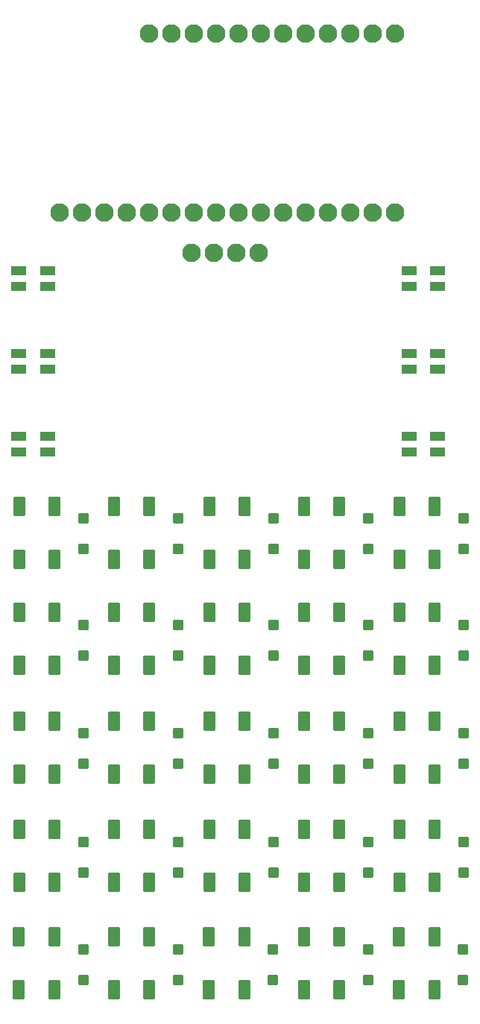
<source format=gts>
G04 Layer: TopSolderMaskLayer*
G04 EasyEDA v6.5.22, 2022-12-01 20:45:53*
G04 b50117659dfb47be9d47098780dced8c,a2731e2ff01b41edbee4f831c5fec297,10*
G04 Gerber Generator version 0.2*
G04 Scale: 100 percent, Rotated: No, Reflected: No *
G04 Dimensions in millimeters *
G04 leading zeros omitted , absolute positions ,4 integer and 5 decimal *
%FSLAX45Y45*%
%MOMM*%

%AMMACRO1*1,1,$1,$2,$3*1,1,$1,$4,$5*1,1,$1,0-$2,0-$3*1,1,$1,0-$4,0-$5*20,1,$1,$2,$3,$4,$5,0*20,1,$1,$4,$5,0-$2,0-$3,0*20,1,$1,0-$2,0-$3,0-$4,0-$5,0*20,1,$1,0-$4,0-$5,$2,$3,0*4,1,4,$2,$3,$4,$5,0-$2,0-$3,0-$4,0-$5,$2,$3,0*%
%ADD10MACRO1,0.1016X0.5X0.55X0.5X-0.55*%
%ADD11MACRO1,0.1016X-0.7725X0.4985X0.7725X0.4985*%
%ADD12MACRO1,0.1016X0.6X1.05X0.6X-1.05*%
%ADD13C,2.1016*%

%LPD*%
D10*
G01*
X1422400Y2036305D03*
G01*
X1422400Y2383294D03*
G01*
X2501900Y2036305D03*
G01*
X2501900Y2383294D03*
G01*
X3581400Y2036305D03*
G01*
X3581400Y2383294D03*
G01*
X4660900Y2036305D03*
G01*
X4660900Y2383294D03*
G01*
X5740400Y2036305D03*
G01*
X5740400Y2383294D03*
G01*
X1421790Y814844D03*
G01*
X1421790Y1161834D03*
G01*
X2497912Y816648D03*
G01*
X2497912Y1163637D03*
G01*
X3577412Y816648D03*
G01*
X3577412Y1163637D03*
G01*
X4656912Y816648D03*
G01*
X4656912Y1163637D03*
G01*
X5736412Y816648D03*
G01*
X5736412Y1163637D03*
G01*
X5740400Y3268205D03*
G01*
X5740400Y3615194D03*
G01*
X2501900Y5706605D03*
G01*
X2501900Y6053594D03*
G01*
X3581400Y5706605D03*
G01*
X3581400Y6053594D03*
G01*
X4660900Y5706605D03*
G01*
X4660900Y6053594D03*
G01*
X5740400Y5706605D03*
G01*
X5740400Y6053594D03*
G01*
X1422400Y4500105D03*
G01*
X1422400Y4847094D03*
G01*
X2501900Y4500105D03*
G01*
X2501900Y4847094D03*
G01*
X3581400Y4500105D03*
G01*
X3581400Y4847094D03*
G01*
X4660900Y4500105D03*
G01*
X4660900Y4847094D03*
G01*
X5740400Y4500105D03*
G01*
X5740400Y4847094D03*
G01*
X1422400Y3268205D03*
G01*
X1422400Y3615194D03*
G01*
X2501900Y3268205D03*
G01*
X2501900Y3615194D03*
G01*
X3581400Y3268205D03*
G01*
X3581400Y3615194D03*
G01*
X4660900Y3268205D03*
G01*
X4660900Y3615194D03*
G01*
X1422400Y5706605D03*
G01*
X1422400Y6053594D03*
D11*
G01*
X687146Y7924901D03*
G01*
X687146Y7746898D03*
G01*
X1014653Y7746898D03*
G01*
X1014653Y7924901D03*
G01*
X687146Y6985101D03*
G01*
X687146Y6807098D03*
G01*
X1014653Y6807098D03*
G01*
X1014653Y6985101D03*
G01*
X5119446Y6985101D03*
G01*
X5119446Y6807098D03*
G01*
X5446953Y6807098D03*
G01*
X5446953Y6985101D03*
G01*
X5119446Y7924901D03*
G01*
X5119446Y7746898D03*
G01*
X5446953Y7746898D03*
G01*
X5446953Y7924901D03*
G01*
X5119446Y8864701D03*
G01*
X5119446Y8686698D03*
G01*
X5446953Y8686698D03*
G01*
X5446953Y8864701D03*
G01*
X687146Y8864701D03*
G01*
X687146Y8686698D03*
G01*
X1014653Y8686698D03*
G01*
X1014653Y8864701D03*
D12*
G01*
X5010810Y4383759D03*
G01*
X5010810Y4983759D03*
G01*
X5410809Y4383759D03*
G01*
X5410809Y4983759D03*
G01*
X3931310Y4383759D03*
G01*
X3931310Y4983759D03*
G01*
X4331309Y4383759D03*
G01*
X4331309Y4983759D03*
G01*
X2851810Y4383759D03*
G01*
X2851810Y4983759D03*
G01*
X3251809Y4383759D03*
G01*
X3251809Y4983759D03*
G01*
X1772310Y4383759D03*
G01*
X1772310Y4983759D03*
G01*
X2172309Y4383759D03*
G01*
X2172309Y4983759D03*
G01*
X692810Y4383759D03*
G01*
X692810Y4983759D03*
G01*
X1092809Y4383759D03*
G01*
X1092809Y4983759D03*
G01*
X692810Y5590259D03*
G01*
X692810Y6190259D03*
G01*
X1092809Y5590259D03*
G01*
X1092809Y6190259D03*
G01*
X1772310Y5590259D03*
G01*
X1772310Y6190259D03*
G01*
X2172309Y5590259D03*
G01*
X2172309Y6190259D03*
G01*
X2851810Y5590259D03*
G01*
X2851810Y6190259D03*
G01*
X3251809Y5590259D03*
G01*
X3251809Y6190259D03*
G01*
X3931310Y5590259D03*
G01*
X3931310Y6190259D03*
G01*
X4331309Y5590259D03*
G01*
X4331309Y6190259D03*
G01*
X5010810Y5590259D03*
G01*
X5010810Y6190259D03*
G01*
X5410809Y5590259D03*
G01*
X5410809Y6190259D03*
G01*
X692810Y3151859D03*
G01*
X692810Y3751859D03*
G01*
X1092809Y3151859D03*
G01*
X1092809Y3751859D03*
G01*
X1772310Y3151859D03*
G01*
X1772310Y3751859D03*
G01*
X2172309Y3151859D03*
G01*
X2172309Y3751859D03*
G01*
X2851810Y3151859D03*
G01*
X2851810Y3751859D03*
G01*
X3251809Y3151859D03*
G01*
X3251809Y3751859D03*
G01*
X3931310Y3151859D03*
G01*
X3931310Y3751859D03*
G01*
X4331309Y3151859D03*
G01*
X4331309Y3751859D03*
G01*
X5010810Y3151859D03*
G01*
X5010810Y3751859D03*
G01*
X5410809Y3151859D03*
G01*
X5410809Y3751859D03*
G01*
X692810Y1919959D03*
G01*
X692810Y2519959D03*
G01*
X1092809Y1919959D03*
G01*
X1092809Y2519959D03*
G01*
X1772310Y1919959D03*
G01*
X1772310Y2519959D03*
G01*
X2172309Y1919959D03*
G01*
X2172309Y2519959D03*
G01*
X2851810Y1919959D03*
G01*
X2851810Y2519959D03*
G01*
X3251809Y1919959D03*
G01*
X3251809Y2519959D03*
G01*
X3931310Y1919959D03*
G01*
X3931310Y2519959D03*
G01*
X4331309Y1919959D03*
G01*
X4331309Y2519959D03*
G01*
X5010810Y1919959D03*
G01*
X5010810Y2519959D03*
G01*
X5410809Y1919959D03*
G01*
X5410809Y2519959D03*
G01*
X688822Y700302D03*
G01*
X688822Y1300302D03*
G01*
X1088821Y700302D03*
G01*
X1088821Y1300302D03*
G01*
X1768322Y700302D03*
G01*
X1768322Y1300302D03*
G01*
X2168321Y700302D03*
G01*
X2168321Y1300302D03*
G01*
X2847822Y700302D03*
G01*
X2847822Y1300302D03*
G01*
X3247821Y700302D03*
G01*
X3247821Y1300302D03*
G01*
X3927322Y700302D03*
G01*
X3927322Y1300302D03*
G01*
X4327321Y700302D03*
G01*
X4327321Y1300302D03*
G01*
X5006822Y700302D03*
G01*
X5006822Y1300302D03*
G01*
X5406821Y700302D03*
G01*
X5406821Y1300302D03*
D13*
G01*
X2654300Y9067800D03*
G01*
X2908300Y9067800D03*
G01*
X3162300Y9067800D03*
G01*
X3416300Y9067800D03*
G01*
X4965700Y11557000D03*
G01*
X4711700Y11557000D03*
G01*
X4457700Y11557000D03*
G01*
X4203700Y11557000D03*
G01*
X3949700Y11557000D03*
G01*
X3695700Y11557000D03*
G01*
X3441700Y11557000D03*
G01*
X3187700Y11557000D03*
G01*
X2933700Y11557000D03*
G01*
X2679700Y11557000D03*
G01*
X2425700Y11557000D03*
G01*
X2171700Y11557000D03*
G01*
X4965700Y9525000D03*
G01*
X4711700Y9525000D03*
G01*
X4457700Y9525000D03*
G01*
X4203700Y9525000D03*
G01*
X3949700Y9525000D03*
G01*
X3695700Y9525000D03*
G01*
X3441700Y9525000D03*
G01*
X3187700Y9525000D03*
G01*
X2933700Y9525000D03*
G01*
X2679700Y9525000D03*
G01*
X2425700Y9525000D03*
G01*
X2171700Y9525000D03*
G01*
X1917700Y9525000D03*
G01*
X1663700Y9525000D03*
G01*
X1409700Y9525000D03*
G01*
X1155700Y9525000D03*
M02*

</source>
